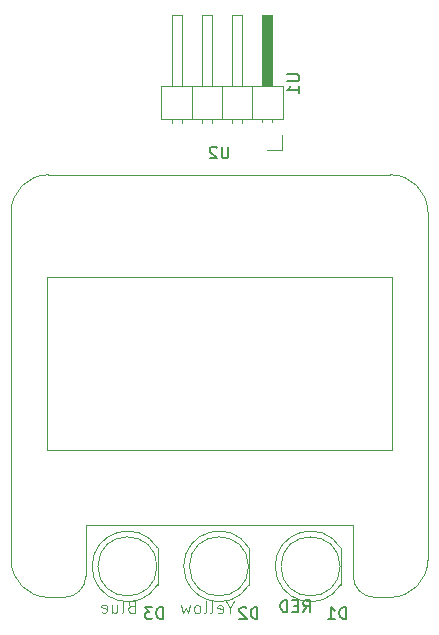
<source format=gbr>
%TF.GenerationSoftware,KiCad,Pcbnew,9.0.6*%
%TF.CreationDate,2025-11-20T03:37:51-08:00*%
%TF.ProjectId,Distance sensor PSC,44697374-616e-4636-9520-73656e736f72,2.0*%
%TF.SameCoordinates,Original*%
%TF.FileFunction,Legend,Bot*%
%TF.FilePolarity,Positive*%
%FSLAX46Y46*%
G04 Gerber Fmt 4.6, Leading zero omitted, Abs format (unit mm)*
G04 Created by KiCad (PCBNEW 9.0.6) date 2025-11-20 03:37:51*
%MOMM*%
%LPD*%
G01*
G04 APERTURE LIST*
G04 Aperture macros list*
%AMRoundRect*
0 Rectangle with rounded corners*
0 $1 Rounding radius*
0 $2 $3 $4 $5 $6 $7 $8 $9 X,Y pos of 4 corners*
0 Add a 4 corners polygon primitive as box body*
4,1,4,$2,$3,$4,$5,$6,$7,$8,$9,$2,$3,0*
0 Add four circle primitives for the rounded corners*
1,1,$1+$1,$2,$3*
1,1,$1+$1,$4,$5*
1,1,$1+$1,$6,$7*
1,1,$1+$1,$8,$9*
0 Add four rect primitives between the rounded corners*
20,1,$1+$1,$2,$3,$4,$5,0*
20,1,$1+$1,$4,$5,$6,$7,0*
20,1,$1+$1,$6,$7,$8,$9,0*
20,1,$1+$1,$8,$9,$2,$3,0*%
G04 Aperture macros list end*
%ADD10C,0.100000*%
%ADD11C,0.150000*%
%ADD12C,0.120000*%
%ADD13C,1.600000*%
%ADD14C,2.500000*%
%ADD15RoundRect,0.250000X-1.050000X-0.550000X1.050000X-0.550000X1.050000X0.550000X-1.050000X0.550000X0*%
%ADD16O,2.600000X1.600000*%
%ADD17R,1.800000X1.800000*%
%ADD18C,1.800000*%
%ADD19R,1.700000X1.700000*%
%ADD20C,1.700000*%
%ADD21C,2.700000*%
G04 APERTURE END LIST*
D10*
X144910691Y-113491175D02*
X144910691Y-113967366D01*
X145244024Y-112967366D02*
X144910691Y-113491175D01*
X144910691Y-113491175D02*
X144577358Y-112967366D01*
X143863072Y-113919747D02*
X143958310Y-113967366D01*
X143958310Y-113967366D02*
X144148786Y-113967366D01*
X144148786Y-113967366D02*
X144244024Y-113919747D01*
X144244024Y-113919747D02*
X144291643Y-113824508D01*
X144291643Y-113824508D02*
X144291643Y-113443556D01*
X144291643Y-113443556D02*
X144244024Y-113348318D01*
X144244024Y-113348318D02*
X144148786Y-113300699D01*
X144148786Y-113300699D02*
X143958310Y-113300699D01*
X143958310Y-113300699D02*
X143863072Y-113348318D01*
X143863072Y-113348318D02*
X143815453Y-113443556D01*
X143815453Y-113443556D02*
X143815453Y-113538794D01*
X143815453Y-113538794D02*
X144291643Y-113634032D01*
X143244024Y-113967366D02*
X143339262Y-113919747D01*
X143339262Y-113919747D02*
X143386881Y-113824508D01*
X143386881Y-113824508D02*
X143386881Y-112967366D01*
X142720214Y-113967366D02*
X142815452Y-113919747D01*
X142815452Y-113919747D02*
X142863071Y-113824508D01*
X142863071Y-113824508D02*
X142863071Y-112967366D01*
X142196404Y-113967366D02*
X142291642Y-113919747D01*
X142291642Y-113919747D02*
X142339261Y-113872127D01*
X142339261Y-113872127D02*
X142386880Y-113776889D01*
X142386880Y-113776889D02*
X142386880Y-113491175D01*
X142386880Y-113491175D02*
X142339261Y-113395937D01*
X142339261Y-113395937D02*
X142291642Y-113348318D01*
X142291642Y-113348318D02*
X142196404Y-113300699D01*
X142196404Y-113300699D02*
X142053547Y-113300699D01*
X142053547Y-113300699D02*
X141958309Y-113348318D01*
X141958309Y-113348318D02*
X141910690Y-113395937D01*
X141910690Y-113395937D02*
X141863071Y-113491175D01*
X141863071Y-113491175D02*
X141863071Y-113776889D01*
X141863071Y-113776889D02*
X141910690Y-113872127D01*
X141910690Y-113872127D02*
X141958309Y-113919747D01*
X141958309Y-113919747D02*
X142053547Y-113967366D01*
X142053547Y-113967366D02*
X142196404Y-113967366D01*
X141529737Y-113300699D02*
X141339261Y-113967366D01*
X141339261Y-113967366D02*
X141148785Y-113491175D01*
X141148785Y-113491175D02*
X140958309Y-113967366D01*
X140958309Y-113967366D02*
X140767833Y-113300699D01*
D11*
X151091792Y-113869819D02*
X151425125Y-113393628D01*
X151663220Y-113869819D02*
X151663220Y-112869819D01*
X151663220Y-112869819D02*
X151282268Y-112869819D01*
X151282268Y-112869819D02*
X151187030Y-112917438D01*
X151187030Y-112917438D02*
X151139411Y-112965057D01*
X151139411Y-112965057D02*
X151091792Y-113060295D01*
X151091792Y-113060295D02*
X151091792Y-113203152D01*
X151091792Y-113203152D02*
X151139411Y-113298390D01*
X151139411Y-113298390D02*
X151187030Y-113346009D01*
X151187030Y-113346009D02*
X151282268Y-113393628D01*
X151282268Y-113393628D02*
X151663220Y-113393628D01*
X150663220Y-113346009D02*
X150329887Y-113346009D01*
X150187030Y-113869819D02*
X150663220Y-113869819D01*
X150663220Y-113869819D02*
X150663220Y-112869819D01*
X150663220Y-112869819D02*
X150187030Y-112869819D01*
X149758458Y-113869819D02*
X149758458Y-112869819D01*
X149758458Y-112869819D02*
X149520363Y-112869819D01*
X149520363Y-112869819D02*
X149377506Y-112917438D01*
X149377506Y-112917438D02*
X149282268Y-113012676D01*
X149282268Y-113012676D02*
X149234649Y-113107914D01*
X149234649Y-113107914D02*
X149187030Y-113298390D01*
X149187030Y-113298390D02*
X149187030Y-113441247D01*
X149187030Y-113441247D02*
X149234649Y-113631723D01*
X149234649Y-113631723D02*
X149282268Y-113726961D01*
X149282268Y-113726961D02*
X149377506Y-113822200D01*
X149377506Y-113822200D02*
X149520363Y-113869819D01*
X149520363Y-113869819D02*
X149758458Y-113869819D01*
D10*
X136545415Y-113386587D02*
X136402558Y-113434206D01*
X136402558Y-113434206D02*
X136354939Y-113481825D01*
X136354939Y-113481825D02*
X136307320Y-113577063D01*
X136307320Y-113577063D02*
X136307320Y-113719920D01*
X136307320Y-113719920D02*
X136354939Y-113815158D01*
X136354939Y-113815158D02*
X136402558Y-113862778D01*
X136402558Y-113862778D02*
X136497796Y-113910397D01*
X136497796Y-113910397D02*
X136878748Y-113910397D01*
X136878748Y-113910397D02*
X136878748Y-112910397D01*
X136878748Y-112910397D02*
X136545415Y-112910397D01*
X136545415Y-112910397D02*
X136450177Y-112958016D01*
X136450177Y-112958016D02*
X136402558Y-113005635D01*
X136402558Y-113005635D02*
X136354939Y-113100873D01*
X136354939Y-113100873D02*
X136354939Y-113196111D01*
X136354939Y-113196111D02*
X136402558Y-113291349D01*
X136402558Y-113291349D02*
X136450177Y-113338968D01*
X136450177Y-113338968D02*
X136545415Y-113386587D01*
X136545415Y-113386587D02*
X136878748Y-113386587D01*
X135735891Y-113910397D02*
X135831129Y-113862778D01*
X135831129Y-113862778D02*
X135878748Y-113767539D01*
X135878748Y-113767539D02*
X135878748Y-112910397D01*
X134926367Y-113243730D02*
X134926367Y-113910397D01*
X135354938Y-113243730D02*
X135354938Y-113767539D01*
X135354938Y-113767539D02*
X135307319Y-113862778D01*
X135307319Y-113862778D02*
X135212081Y-113910397D01*
X135212081Y-113910397D02*
X135069224Y-113910397D01*
X135069224Y-113910397D02*
X134973986Y-113862778D01*
X134973986Y-113862778D02*
X134926367Y-113815158D01*
X134069224Y-113862778D02*
X134164462Y-113910397D01*
X134164462Y-113910397D02*
X134354938Y-113910397D01*
X134354938Y-113910397D02*
X134450176Y-113862778D01*
X134450176Y-113862778D02*
X134497795Y-113767539D01*
X134497795Y-113767539D02*
X134497795Y-113386587D01*
X134497795Y-113386587D02*
X134450176Y-113291349D01*
X134450176Y-113291349D02*
X134354938Y-113243730D01*
X134354938Y-113243730D02*
X134164462Y-113243730D01*
X134164462Y-113243730D02*
X134069224Y-113291349D01*
X134069224Y-113291349D02*
X134021605Y-113386587D01*
X134021605Y-113386587D02*
X134021605Y-113481825D01*
X134021605Y-113481825D02*
X134497795Y-113577063D01*
D11*
X139238094Y-114454819D02*
X139238094Y-113454819D01*
X139238094Y-113454819D02*
X138999999Y-113454819D01*
X138999999Y-113454819D02*
X138857142Y-113502438D01*
X138857142Y-113502438D02*
X138761904Y-113597676D01*
X138761904Y-113597676D02*
X138714285Y-113692914D01*
X138714285Y-113692914D02*
X138666666Y-113883390D01*
X138666666Y-113883390D02*
X138666666Y-114026247D01*
X138666666Y-114026247D02*
X138714285Y-114216723D01*
X138714285Y-114216723D02*
X138761904Y-114311961D01*
X138761904Y-114311961D02*
X138857142Y-114407200D01*
X138857142Y-114407200D02*
X138999999Y-114454819D01*
X138999999Y-114454819D02*
X139238094Y-114454819D01*
X138333332Y-113454819D02*
X137714285Y-113454819D01*
X137714285Y-113454819D02*
X138047618Y-113835771D01*
X138047618Y-113835771D02*
X137904761Y-113835771D01*
X137904761Y-113835771D02*
X137809523Y-113883390D01*
X137809523Y-113883390D02*
X137761904Y-113931009D01*
X137761904Y-113931009D02*
X137714285Y-114026247D01*
X137714285Y-114026247D02*
X137714285Y-114264342D01*
X137714285Y-114264342D02*
X137761904Y-114359580D01*
X137761904Y-114359580D02*
X137809523Y-114407200D01*
X137809523Y-114407200D02*
X137904761Y-114454819D01*
X137904761Y-114454819D02*
X138190475Y-114454819D01*
X138190475Y-114454819D02*
X138285713Y-114407200D01*
X138285713Y-114407200D02*
X138333332Y-114359580D01*
X149764819Y-68353095D02*
X150574342Y-68353095D01*
X150574342Y-68353095D02*
X150669580Y-68400714D01*
X150669580Y-68400714D02*
X150717200Y-68448333D01*
X150717200Y-68448333D02*
X150764819Y-68543571D01*
X150764819Y-68543571D02*
X150764819Y-68734047D01*
X150764819Y-68734047D02*
X150717200Y-68829285D01*
X150717200Y-68829285D02*
X150669580Y-68876904D01*
X150669580Y-68876904D02*
X150574342Y-68924523D01*
X150574342Y-68924523D02*
X149764819Y-68924523D01*
X150764819Y-69924523D02*
X150764819Y-69353095D01*
X150764819Y-69638809D02*
X149764819Y-69638809D01*
X149764819Y-69638809D02*
X149907676Y-69543571D01*
X149907676Y-69543571D02*
X150002914Y-69448333D01*
X150002914Y-69448333D02*
X150050533Y-69353095D01*
X144783904Y-74454819D02*
X144783904Y-75264342D01*
X144783904Y-75264342D02*
X144736285Y-75359580D01*
X144736285Y-75359580D02*
X144688666Y-75407200D01*
X144688666Y-75407200D02*
X144593428Y-75454819D01*
X144593428Y-75454819D02*
X144402952Y-75454819D01*
X144402952Y-75454819D02*
X144307714Y-75407200D01*
X144307714Y-75407200D02*
X144260095Y-75359580D01*
X144260095Y-75359580D02*
X144212476Y-75264342D01*
X144212476Y-75264342D02*
X144212476Y-74454819D01*
X143783904Y-74550057D02*
X143736285Y-74502438D01*
X143736285Y-74502438D02*
X143641047Y-74454819D01*
X143641047Y-74454819D02*
X143402952Y-74454819D01*
X143402952Y-74454819D02*
X143307714Y-74502438D01*
X143307714Y-74502438D02*
X143260095Y-74550057D01*
X143260095Y-74550057D02*
X143212476Y-74645295D01*
X143212476Y-74645295D02*
X143212476Y-74740533D01*
X143212476Y-74740533D02*
X143260095Y-74883390D01*
X143260095Y-74883390D02*
X143831523Y-75454819D01*
X143831523Y-75454819D02*
X143212476Y-75454819D01*
X154738094Y-114454819D02*
X154738094Y-113454819D01*
X154738094Y-113454819D02*
X154499999Y-113454819D01*
X154499999Y-113454819D02*
X154357142Y-113502438D01*
X154357142Y-113502438D02*
X154261904Y-113597676D01*
X154261904Y-113597676D02*
X154214285Y-113692914D01*
X154214285Y-113692914D02*
X154166666Y-113883390D01*
X154166666Y-113883390D02*
X154166666Y-114026247D01*
X154166666Y-114026247D02*
X154214285Y-114216723D01*
X154214285Y-114216723D02*
X154261904Y-114311961D01*
X154261904Y-114311961D02*
X154357142Y-114407200D01*
X154357142Y-114407200D02*
X154499999Y-114454819D01*
X154499999Y-114454819D02*
X154738094Y-114454819D01*
X153214285Y-114454819D02*
X153785713Y-114454819D01*
X153499999Y-114454819D02*
X153499999Y-113454819D01*
X153499999Y-113454819D02*
X153595237Y-113597676D01*
X153595237Y-113597676D02*
X153690475Y-113692914D01*
X153690475Y-113692914D02*
X153785713Y-113740533D01*
X147238094Y-114454819D02*
X147238094Y-113454819D01*
X147238094Y-113454819D02*
X146999999Y-113454819D01*
X146999999Y-113454819D02*
X146857142Y-113502438D01*
X146857142Y-113502438D02*
X146761904Y-113597676D01*
X146761904Y-113597676D02*
X146714285Y-113692914D01*
X146714285Y-113692914D02*
X146666666Y-113883390D01*
X146666666Y-113883390D02*
X146666666Y-114026247D01*
X146666666Y-114026247D02*
X146714285Y-114216723D01*
X146714285Y-114216723D02*
X146761904Y-114311961D01*
X146761904Y-114311961D02*
X146857142Y-114407200D01*
X146857142Y-114407200D02*
X146999999Y-114454819D01*
X146999999Y-114454819D02*
X147238094Y-114454819D01*
X146285713Y-113550057D02*
X146238094Y-113502438D01*
X146238094Y-113502438D02*
X146142856Y-113454819D01*
X146142856Y-113454819D02*
X145904761Y-113454819D01*
X145904761Y-113454819D02*
X145809523Y-113502438D01*
X145809523Y-113502438D02*
X145761904Y-113550057D01*
X145761904Y-113550057D02*
X145714285Y-113645295D01*
X145714285Y-113645295D02*
X145714285Y-113740533D01*
X145714285Y-113740533D02*
X145761904Y-113883390D01*
X145761904Y-113883390D02*
X146333332Y-114454819D01*
X146333332Y-114454819D02*
X145714285Y-114454819D01*
D12*
%TO.C,D3*%
X138790000Y-108455000D02*
X138790000Y-111545000D01*
X133240000Y-110000000D02*
G75*
G02*
X138790000Y-108455170I2990000J0D01*
G01*
X138790000Y-111544830D02*
G75*
G02*
X133240000Y-110000000I-2560000J1544830D01*
G01*
X138730000Y-110000000D02*
G75*
G02*
X133730000Y-110000000I-2500000J0D01*
G01*
X133730000Y-110000000D02*
G75*
G02*
X138730000Y-110000000I2500000J0D01*
G01*
%TO.C,U1*%
X139040000Y-69350000D02*
X149420000Y-69350000D01*
X139040000Y-72110000D02*
X139040000Y-69350000D01*
X139990000Y-63350000D02*
X139990000Y-69350000D01*
X139990000Y-72422642D02*
X139990000Y-72110000D01*
X140850000Y-63350000D02*
X139990000Y-63350000D01*
X140850000Y-69350000D02*
X140850000Y-63350000D01*
X140850000Y-72422642D02*
X140850000Y-72110000D01*
X141690000Y-72110000D02*
X141690000Y-69350000D01*
X142530000Y-63350000D02*
X142530000Y-69350000D01*
X142530000Y-72422642D02*
X142530000Y-72110000D01*
X143390000Y-63350000D02*
X142530000Y-63350000D01*
X143390000Y-69350000D02*
X143390000Y-63350000D01*
X143390000Y-72422642D02*
X143390000Y-72110000D01*
X144230000Y-72110000D02*
X144230000Y-69350000D01*
X145070000Y-63350000D02*
X145070000Y-69350000D01*
X145070000Y-72422642D02*
X145070000Y-72110000D01*
X145930000Y-63350000D02*
X145070000Y-63350000D01*
X145930000Y-69350000D02*
X145930000Y-63350000D01*
X145930000Y-72422642D02*
X145930000Y-72110000D01*
X146770000Y-72110000D02*
X146770000Y-69350000D01*
X147610000Y-72340000D02*
X147610000Y-72110000D01*
X148040000Y-74770000D02*
X149310000Y-74770000D01*
X148470000Y-72340000D02*
X148470000Y-72110000D01*
X149310000Y-74770000D02*
X149310000Y-73500000D01*
X149420000Y-69350000D02*
X149420000Y-72110000D01*
X149420000Y-72110000D02*
X139040000Y-72110000D01*
X148470000Y-69350000D02*
X147610000Y-69350000D01*
X147610000Y-63350000D01*
X148470000Y-63350000D01*
X148470000Y-69350000D01*
G36*
X148470000Y-69350000D02*
G01*
X147610000Y-69350000D01*
X147610000Y-63350000D01*
X148470000Y-63350000D01*
X148470000Y-69350000D01*
G37*
%TO.C,U2*%
X126386000Y-80000000D02*
X126386000Y-109464000D01*
X129434000Y-85478000D02*
X129434000Y-100176000D01*
X129544000Y-76842000D02*
X158500000Y-76842000D01*
X130894000Y-112622000D02*
X129542000Y-112622000D01*
X132702000Y-106526000D02*
X132702000Y-110814000D01*
X155342000Y-106526000D02*
X132702000Y-106526000D01*
X155342000Y-106526000D02*
X155342000Y-110814000D01*
X157150000Y-112622000D02*
X158502000Y-112622000D01*
X158610000Y-85478000D02*
X129434000Y-85478000D01*
X158610000Y-85478000D02*
X158610000Y-100176000D01*
X158610000Y-100176000D02*
X129434000Y-100176000D01*
X161658000Y-80000000D02*
X161658000Y-109464000D01*
X126386000Y-80000000D02*
G75*
G02*
X129544000Y-76842000I3158000J0D01*
G01*
X129544000Y-112622000D02*
G75*
G02*
X126386000Y-109464000I0J3158000D01*
G01*
X132702000Y-110812000D02*
G75*
G02*
X130896000Y-112622000I-1808000J-2000D01*
G01*
X157148000Y-112622000D02*
G75*
G02*
X155342000Y-110812000I2000J1808000D01*
G01*
X158500000Y-76842000D02*
G75*
G02*
X161658000Y-80000000I-1J-3158001D01*
G01*
X161658000Y-109464000D02*
G75*
G02*
X158500000Y-112622000I-3158001J1D01*
G01*
%TO.C,D1*%
X154290000Y-108455000D02*
X154290000Y-111545000D01*
X148740000Y-110000000D02*
G75*
G02*
X154290000Y-108455170I2990000J0D01*
G01*
X154290000Y-111544830D02*
G75*
G02*
X148740000Y-110000000I-2560000J1544830D01*
G01*
X154230000Y-110000000D02*
G75*
G02*
X149230000Y-110000000I-2500000J0D01*
G01*
X149230000Y-110000000D02*
G75*
G02*
X154230000Y-110000000I2500000J0D01*
G01*
%TO.C,D2*%
X146540000Y-108455000D02*
X146540000Y-111545000D01*
X140990000Y-110000000D02*
G75*
G02*
X146540000Y-108455170I2990000J0D01*
G01*
X146540000Y-111544830D02*
G75*
G02*
X140990000Y-110000000I-2560000J1544830D01*
G01*
X146480000Y-110000000D02*
G75*
G02*
X141480000Y-110000000I-2500000J0D01*
G01*
X141480000Y-110000000D02*
G75*
G02*
X146480000Y-110000000I2500000J0D01*
G01*
%TD*%
%LPC*%
D13*
%TO.C,R4*%
X127000000Y-69500000D03*
X119380000Y-69500000D03*
%TD*%
%TO.C,R5*%
X119380000Y-63500000D03*
X127000000Y-63500000D03*
%TD*%
%TO.C,R2*%
X128940000Y-120250000D03*
X136560000Y-120250000D03*
%TD*%
D14*
%TO.C,REF\u002A\u002A*%
X172500000Y-51500000D03*
%TD*%
D15*
%TO.C,A1*%
X96480000Y-71340000D03*
D16*
X96480000Y-73880000D03*
X96480000Y-76420000D03*
X96480000Y-78960000D03*
X96480000Y-81500000D03*
X96480000Y-84040000D03*
X96480000Y-86580000D03*
X96480000Y-89120000D03*
X96480000Y-91660000D03*
X96480000Y-94200000D03*
X96480000Y-96740000D03*
X96480000Y-99280000D03*
X96480000Y-101820000D03*
X96480000Y-104360000D03*
X96480000Y-106900000D03*
X96480000Y-109440000D03*
X116200000Y-109440000D03*
X116200000Y-106900000D03*
X116200000Y-104360000D03*
X116200000Y-101820000D03*
X116200000Y-99280000D03*
X116200000Y-96740000D03*
X116200000Y-94200000D03*
X116200000Y-91660000D03*
X116200000Y-89120000D03*
X116200000Y-86580000D03*
X116200000Y-84040000D03*
X116200000Y-81500000D03*
%TD*%
D14*
%TO.C,REF\u002A\u002A*%
X92500000Y-51500000D03*
%TD*%
D13*
%TO.C,R1*%
X128880000Y-129250000D03*
X136500000Y-129250000D03*
%TD*%
%TO.C,R3*%
X128940000Y-124750000D03*
X136560000Y-124750000D03*
%TD*%
D14*
%TO.C,REF\u002A\u002A*%
X172500000Y-129000000D03*
%TD*%
%TO.C,REF\u002A\u002A*%
X92500000Y-129000000D03*
%TD*%
D17*
%TO.C,D3*%
X137500000Y-110000000D03*
D18*
X134960000Y-110000000D03*
%TD*%
D19*
%TO.C,U1*%
X148040000Y-73500000D03*
D20*
X145500000Y-73500000D03*
X142960000Y-73500000D03*
X140420000Y-73500000D03*
%TD*%
D21*
%TO.C,U2*%
X158500000Y-109464000D03*
X158500000Y-80000000D03*
X129544000Y-109464000D03*
X129544000Y-80000000D03*
D19*
X152912000Y-80000000D03*
D20*
X150372000Y-80000000D03*
X147832000Y-80000000D03*
X145292000Y-80000000D03*
X142752000Y-80000000D03*
X140212000Y-80000000D03*
X137672000Y-80000000D03*
X135132000Y-80000000D03*
%TD*%
D17*
%TO.C,D1*%
X153000000Y-110000000D03*
D18*
X150460000Y-110000000D03*
%TD*%
D17*
%TO.C,D2*%
X145250000Y-110000000D03*
D18*
X142710000Y-110000000D03*
%TD*%
%LPD*%
M02*

</source>
